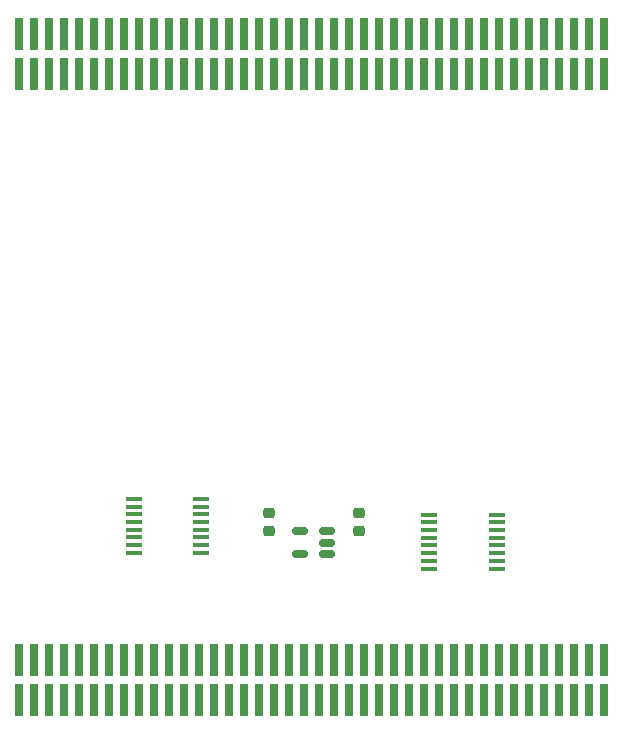
<source format=gbr>
%TF.GenerationSoftware,KiCad,Pcbnew,8.0.3-8.0.3-0~ubuntu24.04.1*%
%TF.CreationDate,2024-07-15T14:42:22+02:00*%
%TF.ProjectId,MainBoard,4d61696e-426f-4617-9264-2e6b69636164,rev?*%
%TF.SameCoordinates,Original*%
%TF.FileFunction,Paste,Bot*%
%TF.FilePolarity,Positive*%
%FSLAX46Y46*%
G04 Gerber Fmt 4.6, Leading zero omitted, Abs format (unit mm)*
G04 Created by KiCad (PCBNEW 8.0.3-8.0.3-0~ubuntu24.04.1) date 2024-07-15 14:42:22*
%MOMM*%
%LPD*%
G01*
G04 APERTURE LIST*
G04 Aperture macros list*
%AMRoundRect*
0 Rectangle with rounded corners*
0 $1 Rounding radius*
0 $2 $3 $4 $5 $6 $7 $8 $9 X,Y pos of 4 corners*
0 Add a 4 corners polygon primitive as box body*
4,1,4,$2,$3,$4,$5,$6,$7,$8,$9,$2,$3,0*
0 Add four circle primitives for the rounded corners*
1,1,$1+$1,$2,$3*
1,1,$1+$1,$4,$5*
1,1,$1+$1,$6,$7*
1,1,$1+$1,$8,$9*
0 Add four rect primitives between the rounded corners*
20,1,$1+$1,$2,$3,$4,$5,0*
20,1,$1+$1,$4,$5,$6,$7,0*
20,1,$1+$1,$6,$7,$8,$9,0*
20,1,$1+$1,$8,$9,$2,$3,0*%
G04 Aperture macros list end*
%ADD10R,1.473200X0.355600*%
%ADD11RoundRect,0.150000X0.512500X0.150000X-0.512500X0.150000X-0.512500X-0.150000X0.512500X-0.150000X0*%
%ADD12R,0.740000X2.790000*%
%ADD13RoundRect,0.225000X0.250000X-0.225000X0.250000X0.225000X-0.250000X0.225000X-0.250000X-0.225000X0*%
G04 APERTURE END LIST*
D10*
%TO.C,U2*%
X112270200Y-88224600D03*
X112270200Y-88885000D03*
X112270200Y-89545400D03*
X112270200Y-90180400D03*
X112270200Y-90840800D03*
X112270200Y-91475800D03*
X112270200Y-92136200D03*
X112270200Y-92796600D03*
X106529800Y-92796600D03*
X106529800Y-92136200D03*
X106529800Y-91475800D03*
X106529800Y-90840800D03*
X106529800Y-90180400D03*
X106529800Y-89545400D03*
X106529800Y-88885000D03*
X106529800Y-88224600D03*
%TD*%
D11*
%TO.C,U4*%
X97926500Y-89637500D03*
X97926500Y-90587500D03*
X97926500Y-91537500D03*
X95651500Y-91537500D03*
X95651500Y-89637500D03*
%TD*%
D12*
%TO.C,J1*%
X121375000Y-100495000D03*
X121375000Y-103925000D03*
X120105000Y-100495000D03*
X120105000Y-103925000D03*
X118835000Y-100495000D03*
X118835000Y-103925000D03*
X117565000Y-100495000D03*
X117565000Y-103925000D03*
X116295000Y-100495000D03*
X116295000Y-103925000D03*
X115025000Y-100495000D03*
X115025000Y-103925000D03*
X113755000Y-100495000D03*
X113755000Y-103925000D03*
X112485000Y-100495000D03*
X112485000Y-103925000D03*
X111215000Y-100495000D03*
X111215000Y-103925000D03*
X109945000Y-100495000D03*
X109945000Y-103925000D03*
X108675000Y-100495000D03*
X108675000Y-103925000D03*
X107405000Y-100495000D03*
X107405000Y-103925000D03*
X106135000Y-100495000D03*
X106135000Y-103925000D03*
X104865000Y-100495000D03*
X104865000Y-103925000D03*
X103595000Y-100495000D03*
X103595000Y-103925000D03*
X102325000Y-100495000D03*
X102325000Y-103925000D03*
X101055000Y-100495000D03*
X101055000Y-103925000D03*
X99785000Y-100495000D03*
X99785000Y-103925000D03*
X98515000Y-100495000D03*
X98515000Y-103925000D03*
X97245000Y-100495000D03*
X97245000Y-103925000D03*
X95975000Y-100495000D03*
X95975000Y-103925000D03*
X94705000Y-100495000D03*
X94705000Y-103925000D03*
X93435000Y-100495000D03*
X93435000Y-103925000D03*
X92165000Y-100495000D03*
X92165000Y-103925000D03*
X90895000Y-100495000D03*
X90895000Y-103925000D03*
X89625000Y-100495000D03*
X89625000Y-103925000D03*
X88355000Y-100495000D03*
X88355000Y-103925000D03*
X87085000Y-100495000D03*
X87085000Y-103925000D03*
X85815000Y-100495000D03*
X85815000Y-103925000D03*
X84545000Y-100495000D03*
X84545000Y-103925000D03*
X83275000Y-100495000D03*
X83275000Y-103925000D03*
X82005000Y-100495000D03*
X82005000Y-103925000D03*
X80735000Y-100495000D03*
X80735000Y-103925000D03*
X79465000Y-100495000D03*
X79465000Y-103925000D03*
X78195000Y-100495000D03*
X78195000Y-103925000D03*
X76925000Y-100495000D03*
X76925000Y-103925000D03*
X75655000Y-100495000D03*
X75655000Y-103925000D03*
X74385000Y-100495000D03*
X74385000Y-103925000D03*
X73115000Y-100495000D03*
X73115000Y-103925000D03*
X71845000Y-100495000D03*
X71845000Y-103925000D03*
%TD*%
D13*
%TO.C,C2*%
X93000000Y-89625000D03*
X93000000Y-88075000D03*
%TD*%
D10*
%TO.C,U3*%
X81529800Y-91461000D03*
X81529800Y-90800600D03*
X81529800Y-90140200D03*
X81529800Y-89505200D03*
X81529800Y-88844800D03*
X81529800Y-88209800D03*
X81529800Y-87549400D03*
X81529800Y-86889000D03*
X87270200Y-86889000D03*
X87270200Y-87549400D03*
X87270200Y-88209800D03*
X87270200Y-88844800D03*
X87270200Y-89505200D03*
X87270200Y-90140200D03*
X87270200Y-90800600D03*
X87270200Y-91461000D03*
%TD*%
D12*
%TO.C,J2*%
X121375000Y-47495000D03*
X121375000Y-50925000D03*
X120105000Y-47495000D03*
X120105000Y-50925000D03*
X118835000Y-47495000D03*
X118835000Y-50925000D03*
X117565000Y-47495000D03*
X117565000Y-50925000D03*
X116295000Y-47495000D03*
X116295000Y-50925000D03*
X115025000Y-47495000D03*
X115025000Y-50925000D03*
X113755000Y-47495000D03*
X113755000Y-50925000D03*
X112485000Y-47495000D03*
X112485000Y-50925000D03*
X111215000Y-47495000D03*
X111215000Y-50925000D03*
X109945000Y-47495000D03*
X109945000Y-50925000D03*
X108675000Y-47495000D03*
X108675000Y-50925000D03*
X107405000Y-47495000D03*
X107405000Y-50925000D03*
X106135000Y-47495000D03*
X106135000Y-50925000D03*
X104865000Y-47495000D03*
X104865000Y-50925000D03*
X103595000Y-47495000D03*
X103595000Y-50925000D03*
X102325000Y-47495000D03*
X102325000Y-50925000D03*
X101055000Y-47495000D03*
X101055000Y-50925000D03*
X99785000Y-47495000D03*
X99785000Y-50925000D03*
X98515000Y-47495000D03*
X98515000Y-50925000D03*
X97245000Y-47495000D03*
X97245000Y-50925000D03*
X95975000Y-47495000D03*
X95975000Y-50925000D03*
X94705000Y-47495000D03*
X94705000Y-50925000D03*
X93435000Y-47495000D03*
X93435000Y-50925000D03*
X92165000Y-47495000D03*
X92165000Y-50925000D03*
X90895000Y-47495000D03*
X90895000Y-50925000D03*
X89625000Y-47495000D03*
X89625000Y-50925000D03*
X88355000Y-47495000D03*
X88355000Y-50925000D03*
X87085000Y-47495000D03*
X87085000Y-50925000D03*
X85815000Y-47495000D03*
X85815000Y-50925000D03*
X84545000Y-47495000D03*
X84545000Y-50925000D03*
X83275000Y-47495000D03*
X83275000Y-50925000D03*
X82005000Y-47495000D03*
X82005000Y-50925000D03*
X80735000Y-47495000D03*
X80735000Y-50925000D03*
X79465000Y-47495000D03*
X79465000Y-50925000D03*
X78195000Y-47495000D03*
X78195000Y-50925000D03*
X76925000Y-47495000D03*
X76925000Y-50925000D03*
X75655000Y-47495000D03*
X75655000Y-50925000D03*
X74385000Y-47495000D03*
X74385000Y-50925000D03*
X73115000Y-47495000D03*
X73115000Y-50925000D03*
X71845000Y-47495000D03*
X71845000Y-50925000D03*
%TD*%
D13*
%TO.C,C1*%
X100578000Y-89625000D03*
X100578000Y-88075000D03*
%TD*%
M02*

</source>
